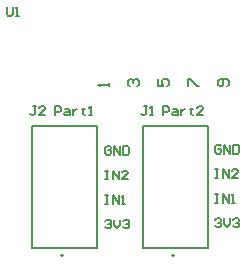
<source format=gbr>
G04*
G04 #@! TF.GenerationSoftware,Altium Limited,Altium Designer,24.8.2 (39)*
G04*
G04 Layer_Color=65535*
%FSLAX25Y25*%
%MOIN*%
G70*
G04*
G04 #@! TF.SameCoordinates,0347263F-4986-443A-A638-574EEFBA0464*
G04*
G04*
G04 #@! TF.FilePolarity,Positive*
G04*
G01*
G75*
%ADD10C,0.00787*%
%ADD11C,0.00500*%
%ADD12C,0.00600*%
D10*
X123894Y109665D02*
G03*
X123894Y109665I-394J0D01*
G01*
X160894D02*
G03*
X160894Y109665I-394J0D01*
G01*
D11*
X135114Y112224D02*
Y152776D01*
X113461Y112224D02*
Y152776D01*
X135114D01*
X113461Y112224D02*
X135114D01*
X150461D02*
X172114D01*
X150461Y152776D02*
X172114D01*
X150461Y112224D02*
Y152776D01*
X172114Y112224D02*
Y152776D01*
X105001Y192499D02*
Y190000D01*
X105500Y189500D01*
X106500D01*
X107000Y190000D01*
Y192499D01*
X108000Y189500D02*
X108999D01*
X108500D01*
Y192499D01*
X108000Y192000D01*
X137825Y121111D02*
X138325Y121611D01*
X139325D01*
X139824Y121111D01*
Y120611D01*
X139325Y120112D01*
X138825D01*
X139325D01*
X139824Y119612D01*
Y119112D01*
X139325Y118612D01*
X138325D01*
X137825Y119112D01*
X140824Y121611D02*
Y119612D01*
X141824Y118612D01*
X142823Y119612D01*
Y121611D01*
X143823Y121111D02*
X144323Y121611D01*
X145323D01*
X145823Y121111D01*
Y120611D01*
X145323Y120112D01*
X144823D01*
X145323D01*
X145823Y119612D01*
Y119112D01*
X145323Y118612D01*
X144323D01*
X143823Y119112D01*
X137825Y129778D02*
X138825D01*
X138325D01*
Y126779D01*
X137825D01*
X138825D01*
X140324D02*
Y129778D01*
X142324Y126779D01*
Y129778D01*
X143323Y126779D02*
X144323D01*
X143823D01*
Y129778D01*
X143323Y129278D01*
X137825Y137944D02*
X138825D01*
X138325D01*
Y134945D01*
X137825D01*
X138825D01*
X140324D02*
Y137944D01*
X142324Y134945D01*
Y137944D01*
X145323Y134945D02*
X143323D01*
X145323Y136945D01*
Y137444D01*
X144823Y137944D01*
X143823D01*
X143323Y137444D01*
X139824Y145611D02*
X139325Y146111D01*
X138325D01*
X137825Y145611D01*
Y143612D01*
X138325Y143112D01*
X139325D01*
X139824Y143612D01*
Y144612D01*
X138825D01*
X140824Y143112D02*
Y146111D01*
X142823Y143112D01*
Y146111D01*
X143823D02*
Y143112D01*
X145323D01*
X145823Y143612D01*
Y145611D01*
X145323Y146111D01*
X143823D01*
X176499Y145999D02*
X175999Y146499D01*
X175000D01*
X174500Y145999D01*
Y144000D01*
X175000Y143500D01*
X175999D01*
X176499Y144000D01*
Y145000D01*
X175500D01*
X177499Y143500D02*
Y146499D01*
X179498Y143500D01*
Y146499D01*
X180498D02*
Y143500D01*
X181998D01*
X182497Y144000D01*
Y145999D01*
X181998Y146499D01*
X180498D01*
X174500Y138332D02*
X175500D01*
X175000D01*
Y135333D01*
X174500D01*
X175500D01*
X176999D02*
Y138332D01*
X178998Y135333D01*
Y138332D01*
X181998Y135333D02*
X179998D01*
X181998Y137333D01*
Y137832D01*
X181498Y138332D01*
X180498D01*
X179998Y137832D01*
X174500Y130166D02*
X175500D01*
X175000D01*
Y127167D01*
X174500D01*
X175500D01*
X176999D02*
Y130166D01*
X178998Y127167D01*
Y130166D01*
X179998Y127167D02*
X180998D01*
X180498D01*
Y130166D01*
X179998Y129666D01*
X174500Y121499D02*
X175000Y121999D01*
X175999D01*
X176499Y121499D01*
Y120999D01*
X175999Y120500D01*
X175500D01*
X175999D01*
X176499Y120000D01*
Y119500D01*
X175999Y119000D01*
X175000D01*
X174500Y119500D01*
X177499Y121999D02*
Y120000D01*
X178499Y119000D01*
X179498Y120000D01*
Y121999D01*
X180498Y121499D02*
X180998Y121999D01*
X181998D01*
X182497Y121499D01*
Y120999D01*
X181998Y120500D01*
X181498D01*
X181998D01*
X182497Y120000D01*
Y119500D01*
X181998Y119000D01*
X180998D01*
X180498Y119500D01*
X157000Y156400D02*
Y159399D01*
X158500D01*
X158999Y158899D01*
Y157899D01*
X158500Y157400D01*
X157000D01*
X160499Y158399D02*
X161499D01*
X161998Y157899D01*
Y156400D01*
X160499D01*
X159999Y156900D01*
X160499Y157400D01*
X161998D01*
X162998Y158399D02*
Y156400D01*
Y157400D01*
X163498Y157899D01*
X163998Y158399D01*
X164498D01*
X166497Y158899D02*
Y158399D01*
X165997D01*
X166997D01*
X166497D01*
Y156900D01*
X166997Y156400D01*
X170496D02*
X168496D01*
X170496Y158399D01*
Y158899D01*
X169996Y159399D01*
X168996D01*
X168496Y158899D01*
X121000Y156400D02*
Y159399D01*
X122500D01*
X122999Y158899D01*
Y157899D01*
X122500Y157400D01*
X121000D01*
X124499Y158399D02*
X125499D01*
X125998Y157899D01*
Y156400D01*
X124499D01*
X123999Y156900D01*
X124499Y157400D01*
X125998D01*
X126998Y158399D02*
Y156400D01*
Y157400D01*
X127498Y157899D01*
X127998Y158399D01*
X128498D01*
X130497Y158899D02*
Y158399D01*
X129997D01*
X130997D01*
X130497D01*
Y156900D01*
X130997Y156400D01*
X132496D02*
X133496D01*
X132996D01*
Y159399D01*
X132496Y158899D01*
X114899Y159399D02*
X113900D01*
X114400D01*
Y156900D01*
X113900Y156400D01*
X113400D01*
X112900Y156900D01*
X117898Y156400D02*
X115899D01*
X117898Y158399D01*
Y158899D01*
X117399Y159399D01*
X116399D01*
X115899Y158899D01*
X151899Y159399D02*
X150900D01*
X151400D01*
Y156900D01*
X150900Y156400D01*
X150400D01*
X149900Y156900D01*
X152899Y156400D02*
X153899D01*
X153399D01*
Y159399D01*
X152899Y158899D01*
D12*
X178417Y166000D02*
X179000Y166583D01*
Y167749D01*
X178417Y168333D01*
X176084D01*
X175501Y167749D01*
Y166583D01*
X176084Y166000D01*
X176667D01*
X177251Y166583D01*
Y168333D01*
X165501Y166000D02*
Y168333D01*
X166084D01*
X168417Y166000D01*
X169000D01*
X155501Y168333D02*
Y166000D01*
X157251D01*
X156667Y167166D01*
Y167749D01*
X157251Y168333D01*
X158417D01*
X159000Y167749D01*
Y166583D01*
X158417Y166000D01*
X146084D02*
X145501Y166583D01*
Y167749D01*
X146084Y168333D01*
X146667D01*
X147251Y167749D01*
Y167166D01*
Y167749D01*
X147834Y168333D01*
X148417D01*
X149000Y167749D01*
Y166583D01*
X148417Y166000D01*
X139000D02*
Y167166D01*
Y166583D01*
X135501D01*
X136084Y166000D01*
M02*

</source>
